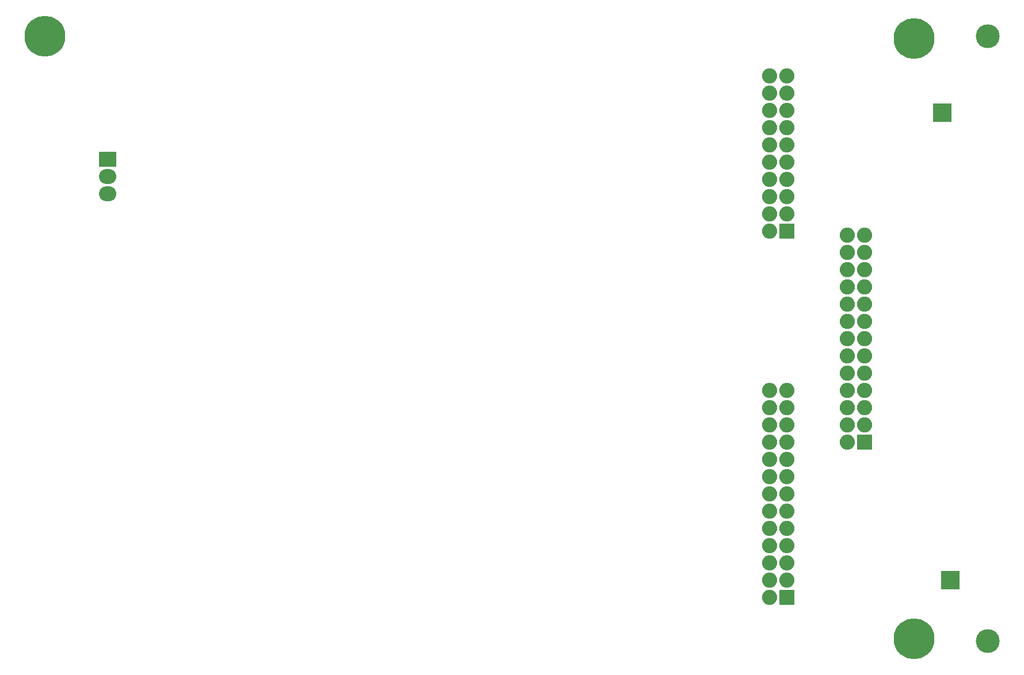
<source format=gbs>
G04 #@! TF.FileFunction,Soldermask,Bot*
%FSLAX46Y46*%
G04 Gerber Fmt 4.6, Leading zero omitted, Abs format (unit mm)*
G04 Created by KiCad (PCBNEW 4.0.5+dfsg1-4) date Mon Feb 26 17:29:33 2018*
%MOMM*%
%LPD*%
G01*
G04 APERTURE LIST*
%ADD10C,0.150000*%
%ADD11R,2.540000X2.235200*%
%ADD12O,2.540000X2.235200*%
%ADD13R,2.743200X2.743200*%
%ADD14C,6.008000*%
%ADD15C,3.508000*%
%ADD16R,2.235200X2.235200*%
%ADD17O,2.235200X2.235200*%
G04 APERTURE END LIST*
D10*
D11*
X48360000Y-50290000D03*
D12*
X48360000Y-52830000D03*
X48360000Y-55370000D03*
D13*
X171082500Y-43369500D03*
X172250900Y-112203500D03*
D14*
X166946900Y-120828000D03*
X39096000Y-32170000D03*
X166946900Y-32512000D03*
D15*
X177766000Y-121170000D03*
X177766000Y-32170000D03*
D16*
X148286000Y-60841000D03*
D17*
X145746000Y-60841000D03*
X148286000Y-58301000D03*
X145746000Y-58301000D03*
X148286000Y-55761000D03*
X145746000Y-55761000D03*
X148286000Y-53221000D03*
X145746000Y-53221000D03*
X148286000Y-50681000D03*
X145746000Y-50681000D03*
X148286000Y-48141000D03*
X145746000Y-48141000D03*
X148286000Y-45601000D03*
X145746000Y-45601000D03*
X148286000Y-43061000D03*
X145746000Y-43061000D03*
X148286000Y-40521000D03*
X145746000Y-40521000D03*
X148286000Y-37981000D03*
X145746000Y-37981000D03*
D16*
X159639000Y-91897200D03*
D17*
X157099000Y-91897200D03*
X159639000Y-89357200D03*
X157099000Y-89357200D03*
X159639000Y-86817200D03*
X157099000Y-86817200D03*
X159639000Y-84277200D03*
X157099000Y-84277200D03*
X159639000Y-81737200D03*
X157099000Y-81737200D03*
X159639000Y-79197200D03*
X157099000Y-79197200D03*
X159639000Y-76657200D03*
X157099000Y-76657200D03*
X159639000Y-74117200D03*
X157099000Y-74117200D03*
X159639000Y-71577200D03*
X157099000Y-71577200D03*
X159639000Y-69037200D03*
X157099000Y-69037200D03*
X159639000Y-66497200D03*
X157099000Y-66497200D03*
X159639000Y-63957200D03*
X157099000Y-63957200D03*
X159639000Y-61417200D03*
X157099000Y-61417200D03*
D16*
X148286000Y-114807000D03*
D17*
X145746000Y-114807000D03*
X148286000Y-112267000D03*
X145746000Y-112267000D03*
X148286000Y-109727000D03*
X145746000Y-109727000D03*
X148286000Y-107187000D03*
X145746000Y-107187000D03*
X148286000Y-104647000D03*
X145746000Y-104647000D03*
X148286000Y-102107000D03*
X145746000Y-102107000D03*
X148286000Y-99567000D03*
X145746000Y-99567000D03*
X148286000Y-97027000D03*
X145746000Y-97027000D03*
X148286000Y-94487000D03*
X145746000Y-94487000D03*
X148286000Y-91947000D03*
X145746000Y-91947000D03*
X148286000Y-89407000D03*
X145746000Y-89407000D03*
X148286000Y-86867000D03*
X145746000Y-86867000D03*
X148286000Y-84327000D03*
X145746000Y-84327000D03*
M02*

</source>
